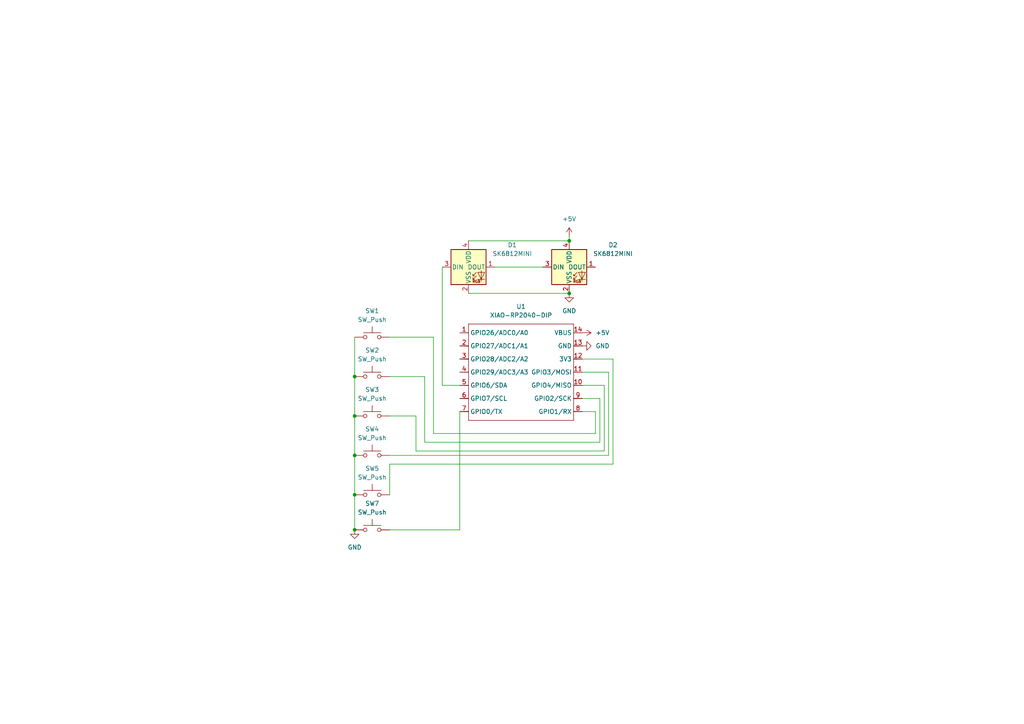
<source format=kicad_sch>
(kicad_sch (version 20250114) (generator "eeschema") (generator_version "9.0")
  (paper "A4")
  (lib_symbols
    (symbol "LED:SK6812MINI" (pin_names (offset 0.254))
      (property "Reference" "D" (at 5.08 5.715 0))
      (property "Value" "SK6812MINI" (at 1.27 -5.715 0))
      (symbol "SK6812MINI_0_0"
        (text "RGB" (at 2.286 -4.191 0) (effects (font (size 0.762 0.762))))
      )
      (symbol "SK6812MINI_0_1"
        (polyline (pts (xy 1.27 -2.54) (xy 1.778 -2.54)))
        (polyline (pts (xy 1.27 -3.556) (xy 1.778 -3.556)))
        (polyline (pts (xy 2.286 -1.524) (xy 1.27 -2.54) (xy 1.27 -2.032)))
        (polyline (pts (xy 2.286 -2.54) (xy 1.27 -3.556) (xy 1.27 -3.048)))
        (polyline (pts (xy 3.683 -1.016) (xy 3.683 -3.556) (xy 3.683 -4.064)))
        (polyline (pts (xy 4.699 -1.524) (xy 2.667 -1.524) (xy 3.683 -3.556) (xy 4.699 -1.524)))
        (polyline (pts (xy 4.699 -3.556) (xy 2.667 -3.556)))
        (rectangle (start 5.08 5.08) (end -5.08 -5.08) (stroke (width 0.254)) (fill (type background)))
      )
      (symbol "SK6812MINI_1_1"
        (pin input line (at -7.62 0 0) (length 2.54) (name "DIN") (number "3"))
        (pin power_in line (at 0 7.62 270) (length 2.54) (name "VDD") (number "4"))
        (pin power_in line (at 0 -7.62 90) (length 2.54) (name "VSS") (number "2"))
        (pin output line (at 7.62 0 180) (length 2.54) (name "DOUT") (number "1"))
      )
    )
    (symbol "Seeed_Studio_XIAO_Series:XIAO-RP2040-DIP"
      (property "Reference" "U" (at 0 0 0))
      (property "Value" "XIAO-RP2040-DIP" (at 5.334 -1.778 0))
      (symbol "XIAO-RP2040-DIP_1_0"
        (polyline (pts (xy -1.27 -2.54) (xy 29.21 -2.54)) (stroke (width 0.1524)))
        (polyline (pts (xy -1.27 -5.08) (xy -2.54 -5.08)) (stroke (width 0.1524)))
        (polyline (pts (xy -1.27 -5.08) (xy -1.27 -2.54)) (stroke (width 0.1524)))
        (polyline (pts (xy -1.27 -8.89) (xy -2.54 -8.89)) (stroke (width 0.1524)))
        (polyline (pts (xy -1.27 -8.89) (xy -1.27 -5.08)) (stroke (width 0.1524)))
        (polyline (pts (xy -1.27 -12.7) (xy -2.54 -12.7)) (stroke (width 0.1524)))
        (polyline (pts (xy -1.27 -12.7) (xy -1.27 -8.89)) (stroke (width 0.1524)))
        (polyline (pts (xy -1.27 -16.51) (xy -2.54 -16.51)) (stroke (width 0.1524)))
        (polyline (pts (xy -1.27 -16.51) (xy -1.27 -12.7)) (stroke (width 0.1524)))
        (polyline (pts (xy -1.27 -20.32) (xy -2.54 -20.32)) (stroke (width 0.1524)))
        (polyline (pts (xy -1.27 -24.13) (xy -2.54 -24.13)) (stroke (width 0.1524)))
        (polyline (pts (xy -1.27 -27.94) (xy -2.54 -27.94)) (stroke (width 0.1524)))
        (polyline (pts (xy -1.27 -30.48) (xy -1.27 -16.51)) (stroke (width 0.1524)))
        (polyline (pts (xy 29.21 -2.54) (xy 29.21 -5.08)) (stroke (width 0.1524)))
        (polyline (pts (xy 29.21 -5.08) (xy 29.21 -8.89)) (stroke (width 0.1524)))
        (polyline (pts (xy 29.21 -8.89) (xy 29.21 -12.7)) (stroke (width 0.1524)))
        (polyline (pts (xy 29.21 -12.7) (xy 29.21 -30.48)) (stroke (width 0.1524)))
        (polyline (pts (xy 29.21 -30.48) (xy -1.27 -30.48)) (stroke (width 0.1524)))
        (polyline (pts (xy 30.48 -5.08) (xy 29.21 -5.08)) (stroke (width 0.1524)))
        (polyline (pts (xy 30.48 -8.89) (xy 29.21 -8.89)) (stroke (width 0.1524)))
        (polyline (pts (xy 30.48 -12.7) (xy 29.21 -12.7)) (stroke (width 0.1524)))
        (polyline (pts (xy 30.48 -16.51) (xy 29.21 -16.51)) (stroke (width 0.1524)))
        (polyline (pts (xy 30.48 -20.32) (xy 29.21 -20.32)) (stroke (width 0.1524)))
        (polyline (pts (xy 30.48 -24.13) (xy 29.21 -24.13)) (stroke (width 0.1524)))
        (polyline (pts (xy 30.48 -27.94) (xy 29.21 -27.94)) (stroke (width 0.1524)))
        (pin passive line (at -3.81 -5.08 0) (length 2.54) (name "GPIO26/ADC0/A0") (number "1"))
        (pin passive line (at -3.81 -8.89 0) (length 2.54) (name "GPIO27/ADC1/A1") (number "2"))
        (pin passive line (at -3.81 -12.7 0) (length 2.54) (name "GPIO28/ADC2/A2") (number "3"))
        (pin passive line (at -3.81 -16.51 0) (length 2.54) (name "GPIO29/ADC3/A3") (number "4"))
        (pin passive line (at -3.81 -20.32 0) (length 2.54) (name "GPIO6/SDA") (number "5"))
        (pin passive line (at -3.81 -24.13 0) (length 2.54) (name "GPIO7/SCL") (number "6"))
        (pin passive line (at -3.81 -27.94 0) (length 2.54) (name "GPIO0/TX") (number "7"))
        (pin passive line (at 31.75 -5.08 180) (length 2.54) (name "VBUS") (number "14"))
        (pin passive line (at 31.75 -8.89 180) (length 2.54) (name "GND") (number "13"))
        (pin passive line (at 31.75 -12.7 180) (length 2.54) (name "3V3") (number "12"))
        (pin passive line (at 31.75 -16.51 180) (length 2.54) (name "GPIO3/MOSI") (number "11"))
        (pin passive line (at 31.75 -20.32 180) (length 2.54) (name "GPIO4/MISO") (number "10"))
        (pin passive line (at 31.75 -24.13 180) (length 2.54) (name "GPIO2/SCK") (number "9"))
        (pin passive line (at 31.75 -27.94 180) (length 2.54) (name "GPIO1/RX") (number "8"))
      )
    )
    (symbol "Switch:SW_Push" (pin_numbers (hide yes)) (pin_names (offset 1.016) (hide yes))
      (property "Reference" "SW" (at 1.27 2.54 0))
      (property "Value" "SW_Push" (at 0 -1.524 0))
      (symbol "SW_Push_0_1"
        (circle (center -2.032 0) (radius 0.508))
        (polyline (pts (xy 0 1.27) (xy 0 3.048)))
        (circle (center 2.032 0) (radius 0.508))
        (polyline (pts (xy 2.54 1.27) (xy -2.54 1.27)))
        (pin passive line (at -5.08 0 0) (length 2.54) (name "1") (number "1"))
        (pin passive line (at 5.08 0 180) (length 2.54) (name "2") (number "2"))
      )
    )
    (symbol "power:+5V" (power) (pin_numbers (hide yes)) (pin_names (offset 0) (hide yes))
      (property "Value" "+5V" (at 0 3.556 0))
      (symbol "+5V_0_1"
        (polyline (pts (xy -0.762 1.27) (xy 0 2.54)))
        (polyline (pts (xy 0 2.54) (xy 0.762 1.27)))
        (polyline (pts (xy 0 0) (xy 0 2.54)))
      )
      (symbol "+5V_1_1"
        (pin power_in line (at 0 0 90) (length 0) (name "~") (number "1"))
      )
    )
    (symbol "power:GND" (power) (pin_numbers (hide yes)) (pin_names (offset 0) (hide yes))
      (property "Value" "GND" (at 0 -3.81 0))
      (symbol "GND_0_1"
        (polyline (pts (xy 0 0) (xy 0 -1.27) (xy 1.27 -1.27) (xy 0 -2.54) (xy -1.27 -1.27) (xy 0 -1.27)))
      )
      (symbol "GND_1_1"
        (pin power_in line (at 0 0 270) (length 0) (name "~") (number "1"))
      )
    )
  )
  (junction (at 102.87 120.65))
  (junction (at 102.87 143.51))
  (junction (at 102.87 132.08))
  (junction (at 102.87 109.22))
  (junction (at 102.87 153.67))
  (junction (at 165.1 85.09))
  (junction (at 165.1 69.85))
  (wire (pts (xy 168.91 115.57) (xy 173.99 115.57)))
  (wire (pts (xy 133.35 153.67) (xy 133.35 119.38)))
  (wire (pts (xy 172.72 125.73) (xy 172.72 119.38)))
  (wire (pts (xy 168.91 111.76) (xy 175.26 111.76)))
  (wire (pts (xy 173.99 128.27) (xy 173.99 115.57)))
  (wire (pts (xy 165.1 68.58) (xy 165.1 69.85)))
  (wire (pts (xy 135.89 69.85) (xy 165.1 69.85)))
  (wire (pts (xy 128.27 111.76) (xy 133.35 111.76)))
  (wire (pts (xy 135.89 85.09) (xy 165.1 85.09)))
  (wire (pts (xy 102.87 132.08) (xy 102.87 143.51)))
  (wire (pts (xy 113.03 120.65) (xy 120.65 120.65)))
  (wire (pts (xy 113.03 134.62) (xy 177.8 134.62)))
  (wire (pts (xy 102.87 109.22) (xy 102.87 120.65)))
  (wire (pts (xy 113.03 97.79) (xy 125.73 97.79)))
  (wire (pts (xy 123.19 109.22) (xy 123.19 128.27)))
  (wire (pts (xy 120.65 130.81) (xy 175.26 130.81)))
  (wire (pts (xy 102.87 120.65) (xy 102.87 132.08)))
  (wire (pts (xy 177.8 134.62) (xy 177.8 104.14)))
  (wire (pts (xy 176.53 132.08) (xy 176.53 107.95)))
  (wire (pts (xy 123.19 128.27) (xy 173.99 128.27)))
  (wire (pts (xy 113.03 132.08) (xy 176.53 132.08)))
  (wire (pts (xy 102.87 143.51) (xy 102.87 153.67)))
  (wire (pts (xy 113.03 143.51) (xy 113.03 134.62)))
  (wire (pts (xy 176.53 107.95) (xy 168.91 107.95)))
  (wire (pts (xy 168.91 104.14) (xy 177.8 104.14)))
  (wire (pts (xy 143.51 77.47) (xy 157.48 77.47)))
  (wire (pts (xy 113.03 109.22) (xy 123.19 109.22)))
  (wire (pts (xy 128.27 77.47) (xy 128.27 111.76)))
  (wire (pts (xy 125.73 97.79) (xy 125.73 125.73)))
  (wire (pts (xy 175.26 130.81) (xy 175.26 111.76)))
  (wire (pts (xy 125.73 125.73) (xy 172.72 125.73)))
  (wire (pts (xy 102.87 97.79) (xy 102.87 109.22)))
  (wire (pts (xy 168.91 119.38) (xy 172.72 119.38)))
  (wire (pts (xy 120.65 120.65) (xy 120.65 130.81)))
  (wire (pts (xy 113.03 153.67) (xy 133.35 153.67)))
  (symbol (lib_id "power:GND") (at 102.87 153.67 0) (unit 1)
    (property "Reference" "#PWR02" (effects (hide yes)))
    (property "Value" "GND" (at 102.87 158.75 0))
    (property "Description" "Power symbol creates a global label with name \"GND\" , ground" (effects (hide yes)))
  )
  (symbol (lib_id "Switch:SW_Push") (at 107.95 120.65 0) (unit 1)
    (property "Reference" "SW3" (at 107.95 113.03 0))
    (property "Value" "SW_Push" (at 107.95 115.57 0))
    (property "Footprint" "Button_Switch_Keyboard:SW_Cherry_MX_1.00u_PCB" (effects (hide yes)))
    (property "Description" "Push button switch, generic, two pins" (effects (hide yes)))
  )
  (symbol (lib_id "Switch:SW_Push") (at 107.95 153.67 0) (unit 1)
    (property "Reference" "SW7" (at 107.95 146.05 0))
    (property "Value" "SW_Push" (at 107.95 148.59 0))
    (property "Footprint" "Button_Switch_Keyboard:SW_Cherry_MX_1.00u_PCB" (effects (hide yes)))
    (property "Description" "Push button switch, generic, two pins" (effects (hide yes)))
  )
  (symbol (lib_id "power:GND") (at 165.1 85.09 0) (unit 1)
    (property "Reference" "#PWR03" (effects (hide yes)))
    (property "Value" "GND" (at 165.1 90.17 0))
    (property "Description" "Power symbol creates a global label with name \"GND\" , ground" (effects (hide yes)))
  )
  (symbol (lib_id "Switch:SW_Push") (at 107.95 132.08 0) (unit 1)
    (property "Reference" "SW4" (at 107.95 124.46 0))
    (property "Value" "SW_Push" (at 107.95 127 0))
    (property "Footprint" "Button_Switch_Keyboard:SW_Cherry_MX_1.00u_PCB" (effects (hide yes)))
    (property "Description" "Push button switch, generic, two pins" (effects (hide yes)))
  )
  (symbol (lib_id "LED:SK6812MINI") (at 135.89 77.47 0) (unit 1)
    (property "Reference" "D1" (at 148.59 71.0498 0))
    (property "Value" "SK6812MINI" (at 148.59 73.5898 0))
    (property "Footprint" "LED_SMD:LED_SK6812MINI_PLCC4_3.5x3.5mm_P1.75mm" (effects (hide yes)))
    (property "Datasheet" "https://cdn-shop.adafruit.com/product-files/2686/SK6812MINI_REV.01-1-2.pdf" (effects (hide yes)))
    (property "Description" "RGB LED with integrated controller" (effects (hide yes)))
  )
  (symbol (lib_id "Switch:SW_Push") (at 107.95 109.22 0) (unit 1)
    (property "Reference" "SW2" (at 107.95 101.6 0))
    (property "Value" "SW_Push" (at 107.95 104.14 0))
    (property "Footprint" "Button_Switch_Keyboard:SW_Cherry_MX_1.00u_PCB" (effects (hide yes)))
    (property "Description" "Push button switch, generic, two pins" (effects (hide yes)))
  )
  (symbol (lib_id "Switch:SW_Push") (at 107.95 97.79 0) (unit 1)
    (property "Reference" "SW1" (at 107.95 90.17 0))
    (property "Value" "SW_Push" (at 107.95 92.71 0))
    (property "Footprint" "Button_Switch_Keyboard:SW_Cherry_MX_1.00u_PCB" (effects (hide yes)))
    (property "Description" "Push button switch, generic, two pins" (effects (hide yes)))
  )
  (symbol (lib_id "Switch:SW_Push") (at 107.95 143.51 0) (unit 1)
    (property "Reference" "SW5" (at 107.95 135.89 0))
    (property "Value" "SW_Push" (at 107.95 138.43 0))
    (property "Footprint" "Button_Switch_Keyboard:SW_Cherry_MX_1.00u_PCB" (effects (hide yes)))
    (property "Description" "Push button switch, generic, two pins" (effects (hide yes)))
  )
  (symbol (lib_id "power:GND") (at 168.91 100.33 90) (unit 1)
    (property "Reference" "#PWR05" (effects (hide yes)))
    (property "Value" "GND" (at 172.72 100.3299 90) (effects (justify right)))
    (property "Description" "Power symbol creates a global label with name \"GND\" , ground" (effects (hide yes)))
  )
  (symbol (lib_id "Seeed_Studio_XIAO_Series:XIAO-RP2040-DIP") (at 137.16 91.44 0) (unit 1)
    (property "Reference" "U1" (at 151.13 88.9 0))
    (property "Value" "XIAO-RP2040-DIP" (at 151.13 91.44 0))
    (property "Footprint" "OPL:XIAO-RP2040-DIP" (effects (hide yes)))
  )
  (symbol (lib_id "power:+5V") (at 165.1 68.58 0) (unit 1)
    (property "Reference" "#PWR01" (effects (hide yes)))
    (property "Value" "+5V" (at 165.1 63.5 0))
    (property "Description" "Power symbol creates a global label with name \"+5V\"" (effects (hide yes)))
  )
  (symbol (lib_id "LED:SK6812MINI") (at 165.1 77.47 0) (unit 1)
    (property "Reference" "D2" (at 177.8 71.0498 0))
    (property "Value" "SK6812MINI" (at 177.8 73.5898 0))
    (property "Footprint" "LED_SMD:LED_SK6812MINI_PLCC4_3.5x3.5mm_P1.75mm" (effects (hide yes)))
    (property "Datasheet" "https://cdn-shop.adafruit.com/product-files/2686/SK6812MINI_REV.01-1-2.pdf" (effects (hide yes)))
    (property "Description" "RGB LED with integrated controller" (effects (hide yes)))
  )
  (symbol (lib_id "power:+5V") (at 168.91 96.52 270) (unit 1)
    (property "Reference" "#PWR04" (effects (hide yes)))
    (property "Value" "+5V" (at 172.72 96.5199 90) (effects (justify left)))
    (property "Description" "Power symbol creates a global label with name \"+5V\"" (effects (hide yes)))
  )
)
</source>
